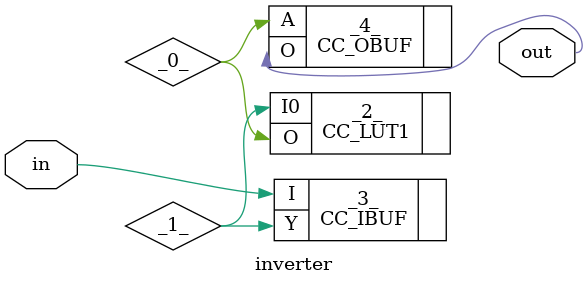
<source format=v>
/* Generated by Yosys 0.17+33 (git sha1 0b1a1a576, gcc 11.2.0-19ubuntu1 -fPIC -Os) */

module inverter(in, out);
  wire _0_;
  wire _1_;
  input in;
  wire in;
  output out;
  wire out;
  CC_LUT1 #(
    .INIT(2'h1)
  ) _2_ (
    .I0(_1_),
    .O(_0_)
  );
  CC_IBUF _3_ (
    .I(in),
    .Y(_1_)
  );
  CC_OBUF _4_ (
    .A(_0_),
    .O(out)
  );
endmodule

</source>
